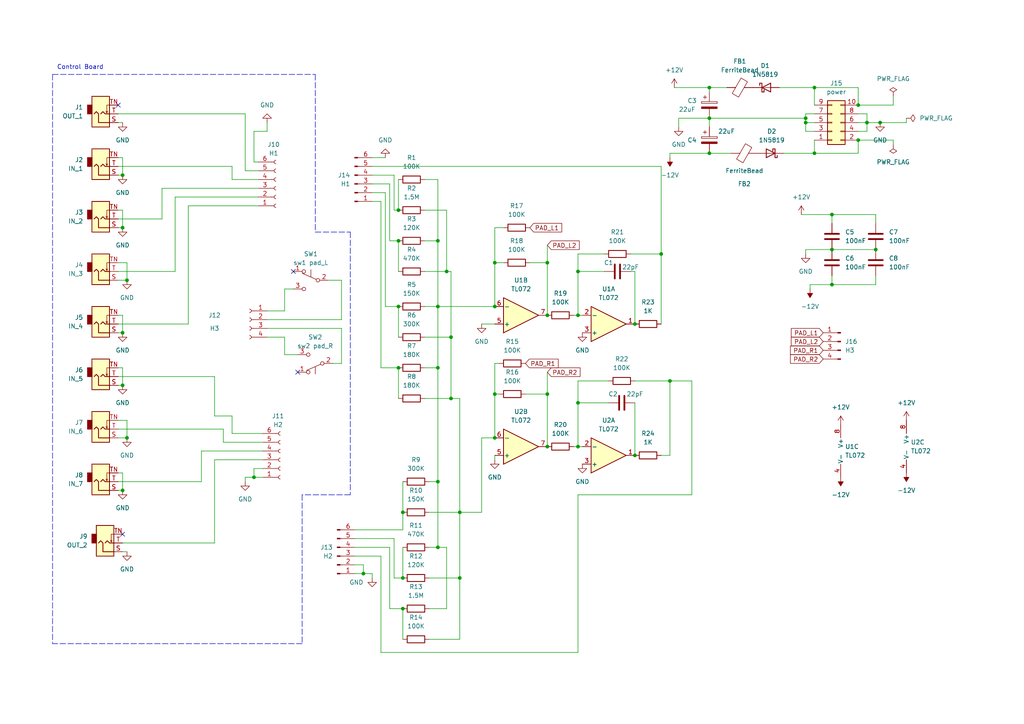
<source format=kicad_sch>
(kicad_sch (version 20211123) (generator eeschema)
  (paper "A4")
  (lib_symbols
    (symbol "Amplifier_Operational:TL072" (pin_names (offset 0.127))
      (property "Reference" "U" (at 0 5.08 0))
      (property "Value" "TL072" (at 0 -5.08 0))
      (symbol "TL072_1_1"
        (polyline (pts (xy -5.08 5.08) (xy 5.08 0) (xy -5.08 -5.08) (xy -5.08 5.08)) (stroke (width 0.254)) (fill (type background)))
        (pin output line (at 7.62 0 180) (length 2.54) (name "~") (number "1"))
        (pin input line (at -7.62 -2.54 0) (length 2.54) (name "-") (number "2"))
        (pin input line (at -7.62 2.54 0) (length 2.54) (name "+") (number "3"))
      )
      (symbol "TL072_2_1"
        (polyline (pts (xy -5.08 5.08) (xy 5.08 0) (xy -5.08 -5.08) (xy -5.08 5.08)) (stroke (width 0.254)) (fill (type background)))
        (pin input line (at -7.62 2.54 0) (length 2.54) (name "+") (number "5"))
        (pin input line (at -7.62 -2.54 0) (length 2.54) (name "-") (number "6"))
        (pin output line (at 7.62 0 180) (length 2.54) (name "~") (number "7"))
      )
      (symbol "TL072_3_1"
        (pin power_in line (at -2.54 -7.62 90) (length 3.81) (name "V-") (number "4"))
        (pin power_in line (at -2.54 7.62 270) (length 3.81) (name "V+") (number "8"))
      )
    )
    (symbol "Connector:AudioJack2_SwitchT"
      (property "Reference" "J" (at 0 8.89 0))
      (property "Value" "AudioJack2_SwitchT" (at 0 6.35 0))
      (symbol "AudioJack2_SwitchT_0_1"
        (rectangle (start -2.54 0) (end -3.81 -2.54) (stroke (width 0.254)) (fill (type outline)))
        (polyline (pts (xy 1.778 -0.254) (xy 2.032 -0.762)))
        (polyline (pts (xy 0 0) (xy 0.635 -0.635) (xy 1.27 0) (xy 2.54 0)) (stroke (width 0.254)))
        (polyline (pts (xy 2.54 -2.54) (xy 1.778 -2.54) (xy 1.778 -0.254) (xy 1.524 -0.762)))
        (polyline (pts (xy 2.54 2.54) (xy -0.635 2.54) (xy -0.635 0) (xy -1.27 -0.635) (xy -1.905 0)) (stroke (width 0.254)))
        (rectangle (start 2.54 3.81) (end -2.54 -5.08) (stroke (width 0.254)) (fill (type background)))
      )
      (symbol "AudioJack2_SwitchT_1_1"
        (pin passive line (at 5.08 2.54 180) (length 2.54) (name "~") (number "S"))
        (pin passive line (at 5.08 0 180) (length 2.54) (name "~") (number "T"))
        (pin passive line (at 5.08 -2.54 180) (length 2.54) (name "~") (number "TN"))
      )
    )
    (symbol "Connector:Conn_01x04_Female" (pin_names (offset 1.016) hide)
      (property "Reference" "J" (at 0 5.08 0))
      (property "Value" "Conn_01x04_Female" (at 0 -7.62 0))
      (symbol "Conn_01x04_Female_1_1"
        (arc (start 0 -4.572) (mid -0.508 -5.08) (end 0 -5.588) (stroke (width 0.1524)))
        (arc (start 0 -2.032) (mid -0.508 -2.54) (end 0 -3.048) (stroke (width 0.1524)))
        (polyline (pts (xy -1.27 -5.08) (xy -0.508 -5.08)) (stroke (width 0.1524)))
        (polyline (pts (xy -1.27 -2.54) (xy -0.508 -2.54)) (stroke (width 0.1524)))
        (polyline (pts (xy -1.27 0) (xy -0.508 0)) (stroke (width 0.1524)))
        (polyline (pts (xy -1.27 2.54) (xy -0.508 2.54)) (stroke (width 0.1524)))
        (arc (start 0 0.508) (mid -0.508 0) (end 0 -0.508) (stroke (width 0.1524)))
        (arc (start 0 3.048) (mid -0.508 2.54) (end 0 2.032) (stroke (width 0.1524)))
        (pin passive line (at -5.08 2.54 0) (length 3.81) (name "Pin_1") (number "1"))
        (pin passive line (at -5.08 0 0) (length 3.81) (name "Pin_2") (number "2"))
        (pin passive line (at -5.08 -2.54 0) (length 3.81) (name "Pin_3") (number "3"))
        (pin passive line (at -5.08 -5.08 0) (length 3.81) (name "Pin_4") (number "4"))
      )
    )
    (symbol "Connector:Conn_01x04_Male" (pin_names (offset 1.016) hide)
      (property "Reference" "J" (at 0 5.08 0))
      (property "Value" "Conn_01x04_Male" (at 0 -7.62 0))
      (symbol "Conn_01x04_Male_1_1"
        (polyline (pts (xy 1.27 -5.08) (xy 0.8636 -5.08)) (stroke (width 0.1524)))
        (polyline (pts (xy 1.27 -2.54) (xy 0.8636 -2.54)) (stroke (width 0.1524)))
        (polyline (pts (xy 1.27 0) (xy 0.8636 0)) (stroke (width 0.1524)))
        (polyline (pts (xy 1.27 2.54) (xy 0.8636 2.54)) (stroke (width 0.1524)))
        (rectangle (start 0.8636 -4.953) (end 0 -5.207) (stroke (width 0.1524)) (fill (type outline)))
        (rectangle (start 0.8636 -2.413) (end 0 -2.667) (stroke (width 0.1524)) (fill (type outline)))
        (rectangle (start 0.8636 0.127) (end 0 -0.127) (stroke (width 0.1524)) (fill (type outline)))
        (rectangle (start 0.8636 2.667) (end 0 2.413) (stroke (width 0.1524)) (fill (type outline)))
        (pin passive line (at 5.08 2.54 180) (length 3.81) (name "Pin_1") (number "1"))
        (pin passive line (at 5.08 0 180) (length 3.81) (name "Pin_2") (number "2"))
        (pin passive line (at 5.08 -2.54 180) (length 3.81) (name "Pin_3") (number "3"))
        (pin passive line (at 5.08 -5.08 180) (length 3.81) (name "Pin_4") (number "4"))
      )
    )
    (symbol "Connector:Conn_01x06_Female" (pin_names (offset 1.016) hide)
      (property "Reference" "J" (at 0 7.62 0))
      (property "Value" "Conn_01x06_Female" (at 0 -10.16 0))
      (symbol "Conn_01x06_Female_1_1"
        (arc (start 0 -7.112) (mid -0.508 -7.62) (end 0 -8.128) (stroke (width 0.1524)))
        (arc (start 0 -4.572) (mid -0.508 -5.08) (end 0 -5.588) (stroke (width 0.1524)))
        (arc (start 0 -2.032) (mid -0.508 -2.54) (end 0 -3.048) (stroke (width 0.1524)))
        (polyline (pts (xy -1.27 -7.62) (xy -0.508 -7.62)) (stroke (width 0.1524)))
        (polyline (pts (xy -1.27 -5.08) (xy -0.508 -5.08)) (stroke (width 0.1524)))
        (polyline (pts (xy -1.27 -2.54) (xy -0.508 -2.54)) (stroke (width 0.1524)))
        (polyline (pts (xy -1.27 0) (xy -0.508 0)) (stroke (width 0.1524)))
        (polyline (pts (xy -1.27 2.54) (xy -0.508 2.54)) (stroke (width 0.1524)))
        (polyline (pts (xy -1.27 5.08) (xy -0.508 5.08)) (stroke (width 0.1524)))
        (arc (start 0 0.508) (mid -0.508 0) (end 0 -0.508) (stroke (width 0.1524)))
        (arc (start 0 3.048) (mid -0.508 2.54) (end 0 2.032) (stroke (width 0.1524)))
        (arc (start 0 5.588) (mid -0.508 5.08) (end 0 4.572) (stroke (width 0.1524)))
        (pin passive line (at -5.08 5.08 0) (length 3.81) (name "Pin_1") (number "1"))
        (pin passive line (at -5.08 2.54 0) (length 3.81) (name "Pin_2") (number "2"))
        (pin passive line (at -5.08 0 0) (length 3.81) (name "Pin_3") (number "3"))
        (pin passive line (at -5.08 -2.54 0) (length 3.81) (name "Pin_4") (number "4"))
        (pin passive line (at -5.08 -5.08 0) (length 3.81) (name "Pin_5") (number "5"))
        (pin passive line (at -5.08 -7.62 0) (length 3.81) (name "Pin_6") (number "6"))
      )
    )
    (symbol "Connector:Conn_01x06_Male" (pin_names (offset 1.016) hide)
      (property "Reference" "J" (at 0 7.62 0))
      (property "Value" "Conn_01x06_Male" (at 0 -10.16 0))
      (symbol "Conn_01x06_Male_1_1"
        (polyline (pts (xy 1.27 -7.62) (xy 0.8636 -7.62)) (stroke (width 0.1524)))
        (polyline (pts (xy 1.27 -5.08) (xy 0.8636 -5.08)) (stroke (width 0.1524)))
        (polyline (pts (xy 1.27 -2.54) (xy 0.8636 -2.54)) (stroke (width 0.1524)))
        (polyline (pts (xy 1.27 0) (xy 0.8636 0)) (stroke (width 0.1524)))
        (polyline (pts (xy 1.27 2.54) (xy 0.8636 2.54)) (stroke (width 0.1524)))
        (polyline (pts (xy 1.27 5.08) (xy 0.8636 5.08)) (stroke (width 0.1524)))
        (rectangle (start 0.8636 -7.493) (end 0 -7.747) (stroke (width 0.1524)) (fill (type outline)))
        (rectangle (start 0.8636 -4.953) (end 0 -5.207) (stroke (width 0.1524)) (fill (type outline)))
        (rectangle (start 0.8636 -2.413) (end 0 -2.667) (stroke (width 0.1524)) (fill (type outline)))
        (rectangle (start 0.8636 0.127) (end 0 -0.127) (stroke (width 0.1524)) (fill (type outline)))
        (rectangle (start 0.8636 2.667) (end 0 2.413) (stroke (width 0.1524)) (fill (type outline)))
        (rectangle (start 0.8636 5.207) (end 0 4.953) (stroke (width 0.1524)) (fill (type outline)))
        (pin passive line (at 5.08 5.08 180) (length 3.81) (name "Pin_1") (number "1"))
        (pin passive line (at 5.08 2.54 180) (length 3.81) (name "Pin_2") (number "2"))
        (pin passive line (at 5.08 0 180) (length 3.81) (name "Pin_3") (number "3"))
        (pin passive line (at 5.08 -2.54 180) (length 3.81) (name "Pin_4") (number "4"))
        (pin passive line (at 5.08 -5.08 180) (length 3.81) (name "Pin_5") (number "5"))
        (pin passive line (at 5.08 -7.62 180) (length 3.81) (name "Pin_6") (number "6"))
      )
    )
    (symbol "Connector_Generic:Conn_02x05_Odd_Even" (pin_names (offset 1.016) hide)
      (property "Reference" "J" (at 1.27 7.62 0))
      (property "Value" "Conn_02x05_Odd_Even" (at 1.27 -7.62 0))
      (symbol "Conn_02x05_Odd_Even_1_1"
        (rectangle (start -1.27 -4.953) (end 0 -5.207) (stroke (width 0.1524)))
        (rectangle (start -1.27 -2.413) (end 0 -2.667) (stroke (width 0.1524)))
        (rectangle (start -1.27 0.127) (end 0 -0.127) (stroke (width 0.1524)))
        (rectangle (start -1.27 2.667) (end 0 2.413) (stroke (width 0.1524)))
        (rectangle (start -1.27 5.207) (end 0 4.953) (stroke (width 0.1524)))
        (rectangle (start -1.27 6.35) (end 3.81 -6.35) (stroke (width 0.254)) (fill (type background)))
        (rectangle (start 3.81 -4.953) (end 2.54 -5.207) (stroke (width 0.1524)))
        (rectangle (start 3.81 -2.413) (end 2.54 -2.667) (stroke (width 0.1524)))
        (rectangle (start 3.81 0.127) (end 2.54 -0.127) (stroke (width 0.1524)))
        (rectangle (start 3.81 2.667) (end 2.54 2.413) (stroke (width 0.1524)))
        (rectangle (start 3.81 5.207) (end 2.54 4.953) (stroke (width 0.1524)))
        (pin passive line (at -5.08 5.08 0) (length 3.81) (name "Pin_1") (number "1"))
        (pin passive line (at 7.62 -5.08 180) (length 3.81) (name "Pin_10") (number "10"))
        (pin passive line (at 7.62 5.08 180) (length 3.81) (name "Pin_2") (number "2"))
        (pin passive line (at -5.08 2.54 0) (length 3.81) (name "Pin_3") (number "3"))
        (pin passive line (at 7.62 2.54 180) (length 3.81) (name "Pin_4") (number "4"))
        (pin passive line (at -5.08 0 0) (length 3.81) (name "Pin_5") (number "5"))
        (pin passive line (at 7.62 0 180) (length 3.81) (name "Pin_6") (number "6"))
        (pin passive line (at -5.08 -2.54 0) (length 3.81) (name "Pin_7") (number "7"))
        (pin passive line (at 7.62 -2.54 180) (length 3.81) (name "Pin_8") (number "8"))
        (pin passive line (at -5.08 -5.08 0) (length 3.81) (name "Pin_9") (number "9"))
      )
    )
    (symbol "Device:C" (pin_numbers hide) (pin_names (offset 0.254))
      (property "Reference" "C" (at 0.635 2.54 0))
      (property "Value" "C" (at 0.635 -2.54 0))
      (symbol "C_0_1"
        (polyline (pts (xy -2.032 -0.762) (xy 2.032 -0.762)) (stroke (width 0.508)))
        (polyline (pts (xy -2.032 0.762) (xy 2.032 0.762)) (stroke (width 0.508)))
      )
      (symbol "C_1_1"
        (pin passive line (at 0 3.81 270) (length 2.794) (name "~") (number "1"))
        (pin passive line (at 0 -3.81 90) (length 2.794) (name "~") (number "2"))
      )
    )
    (symbol "Device:C_Polarized" (pin_numbers hide) (pin_names (offset 0.254))
      (property "Reference" "C" (at 0.635 2.54 0))
      (property "Value" "C_Polarized" (at 0.635 -2.54 0))
      (symbol "C_Polarized_0_1"
        (rectangle (start -2.286 0.508) (end 2.286 1.016))
        (polyline (pts (xy -1.778 2.286) (xy -0.762 2.286)))
        (polyline (pts (xy -1.27 2.794) (xy -1.27 1.778)))
        (rectangle (start 2.286 -0.508) (end -2.286 -1.016) (fill (type outline)))
      )
      (symbol "C_Polarized_1_1"
        (pin passive line (at 0 3.81 270) (length 2.794) (name "~") (number "1"))
        (pin passive line (at 0 -3.81 90) (length 2.794) (name "~") (number "2"))
      )
    )
    (symbol "Device:FerriteBead" (pin_numbers hide) (pin_names (offset 0))
      (property "Reference" "FB" (at -3.81 0.635 90))
      (property "Value" "FerriteBead" (at 3.81 0 90))
      (symbol "FerriteBead_0_1"
        (polyline (pts (xy 0 -1.27) (xy 0 -1.2192)))
        (polyline (pts (xy 0 1.27) (xy 0 1.2954)))
        (polyline (pts (xy -2.7686 0.4064) (xy -1.7018 2.2606) (xy 2.7686 -0.3048) (xy 1.6764 -2.159) (xy -2.7686 0.4064)))
      )
      (symbol "FerriteBead_1_1"
        (pin passive line (at 0 3.81 270) (length 2.54) (name "~") (number "1"))
        (pin passive line (at 0 -3.81 90) (length 2.54) (name "~") (number "2"))
      )
    )
    (symbol "Device:R" (pin_numbers hide) (pin_names (offset 0))
      (property "Reference" "R" (at 2.032 0 90))
      (property "Value" "R" (at 0 0 90))
      (symbol "R_0_1"
        (rectangle (start -1.016 -2.54) (end 1.016 2.54) (stroke (width 0.254)))
      )
      (symbol "R_1_1"
        (pin passive line (at 0 3.81 270) (length 1.27) (name "~") (number "1"))
        (pin passive line (at 0 -3.81 90) (length 1.27) (name "~") (number "2"))
      )
    )
    (symbol "Diode:1N5819" (pin_numbers hide) (pin_names (offset 1.016) hide)
      (property "Reference" "D" (at 0 2.54 0))
      (property "Value" "1N5819" (at 0 -2.54 0))
      (symbol "1N5819_0_1"
        (polyline (pts (xy 1.27 0) (xy -1.27 0)))
        (polyline (pts (xy 1.27 1.27) (xy 1.27 -1.27) (xy -1.27 0) (xy 1.27 1.27)) (stroke (width 0.254)))
        (polyline (pts (xy -1.905 0.635) (xy -1.905 1.27) (xy -1.27 1.27) (xy -1.27 -1.27) (xy -0.635 -1.27) (xy -0.635 -0.635)) (stroke (width 0.254)))
      )
      (symbol "1N5819_1_1"
        (pin passive line (at -3.81 0 0) (length 2.54) (name "K") (number "1"))
        (pin passive line (at 3.81 0 180) (length 2.54) (name "A") (number "2"))
      )
    )
    (symbol "Switch:SW_Push_SPDT" (pin_names (offset 0) hide)
      (property "Reference" "SW" (at 0 4.318 0))
      (property "Value" "SW_Push_SPDT" (at 0 -5.08 0))
      (symbol "SW_Push_SPDT_0_0"
        (circle (center -2.032 0) (radius 0.508))
        (polyline (pts (xy 0 1.016) (xy 0 3.048)))
        (circle (center 2.032 -2.54) (radius 0.508))
      )
      (symbol "SW_Push_SPDT_0_1"
        (polyline (pts (xy -1.524 0.254) (xy 2.54 2.032)))
        (circle (center 2.032 2.54) (radius 0.508))
      )
      (symbol "SW_Push_SPDT_1_1"
        (pin passive line (at 5.08 2.54 180) (length 2.54) (name "A") (number "1"))
        (pin passive line (at -5.08 0 0) (length 2.54) (name "B") (number "2"))
        (pin passive line (at 5.08 -2.54 180) (length 2.54) (name "C") (number "3"))
      )
    )
    (symbol "power:+12V" (power) (pin_names (offset 0))
      (property "Value" "+12V" (at 0 3.556 0))
      (symbol "+12V_0_1"
        (polyline (pts (xy -0.762 1.27) (xy 0 2.54)))
        (polyline (pts (xy 0 0) (xy 0 2.54)))
        (polyline (pts (xy 0 2.54) (xy 0.762 1.27)))
      )
      (symbol "+12V_1_1"
        (pin power_in line (at 0 0 90) (length 0) hide (name "+12V") (number "1"))
      )
    )
    (symbol "power:-12V" (power) (pin_names (offset 0))
      (property "Value" "-12V" (at 0 3.81 0))
      (symbol "-12V_0_0"
        (pin power_in line (at 0 0 90) (length 0) hide (name "-12V") (number "1"))
      )
      (symbol "-12V_0_1"
        (polyline (pts (xy 0 0) (xy 0 1.27) (xy 0.762 1.27) (xy 0 2.54) (xy -0.762 1.27) (xy 0 1.27)) (fill (type outline)))
      )
    )
    (symbol "power:GND" (power) (pin_names (offset 0))
      (property "Value" "GND" (at 0 -3.81 0))
      (symbol "GND_0_1"
        (polyline (pts (xy 0 0) (xy 0 -1.27) (xy 1.27 -1.27) (xy 0 -2.54) (xy -1.27 -1.27) (xy 0 -1.27)))
      )
      (symbol "GND_1_1"
        (pin power_in line (at 0 0 270) (length 0) hide (name "GND") (number "1"))
      )
    )
    (symbol "power:PWR_FLAG" (power) (pin_numbers hide) (pin_names (offset 0) hide)
      (property "Value" "PWR_FLAG" (at 0 3.81 0))
      (symbol "PWR_FLAG_0_0"
        (pin power_out line (at 0 0 90) (length 0) (name "pwr") (number "1"))
      )
      (symbol "PWR_FLAG_0_1"
        (polyline (pts (xy 0 0) (xy 0 1.27) (xy -1.016 1.905) (xy 0 2.54) (xy 1.016 1.905) (xy 0 1.27)))
      )
    )
  )
  (junction (at 248.92 40.64))
  (junction (at 115.57 88.9))
  (junction (at 115.57 106.68))
  (junction (at 143.51 114.3))
  (junction (at 133.35 167.64))
  (junction (at 133.35 148.59))
  (junction (at 251.46 35.56))
  (junction (at 127 69.85))
  (junction (at 255.27 35.56))
  (junction (at 35.56 142.24))
  (junction (at 205.74 44.45))
  (junction (at 35.56 66.04))
  (junction (at 236.22 44.45))
  (junction (at 233.68 34.29))
  (junction (at 236.22 25.4))
  (junction (at 143.51 127))
  (junction (at 254 72.39))
  (junction (at 127 158.75))
  (junction (at 241.3 82.55))
  (junction (at 158.75 129.54))
  (junction (at 158.75 91.44))
  (junction (at 167.64 129.54))
  (junction (at 127 88.9))
  (junction (at 194.31 110.49))
  (junction (at 191.77 73.66))
  (junction (at 248.92 30.48))
  (junction (at 241.3 62.23))
  (junction (at 115.57 60.96))
  (junction (at 158.75 76.2))
  (junction (at 130.81 115.57))
  (junction (at 35.56 50.8))
  (junction (at 143.51 88.9))
  (junction (at 167.64 91.44))
  (junction (at 241.3 72.39))
  (junction (at 116.84 167.64))
  (junction (at 158.75 114.3))
  (junction (at 233.68 35.56))
  (junction (at 116.84 148.59))
  (junction (at 36.83 81.28))
  (junction (at 36.83 127))
  (junction (at 116.84 176.53))
  (junction (at 205.74 34.29))
  (junction (at 35.56 111.76))
  (junction (at 127 139.7))
  (junction (at 130.81 97.79))
  (junction (at 35.56 96.52))
  (junction (at 115.57 69.85))
  (junction (at 127 106.68))
  (junction (at 167.64 78.74))
  (junction (at 73.66 138.43))
  (junction (at 105.41 166.37))
  (junction (at 129.54 78.74))
  (junction (at 184.15 132.08))
  (junction (at 205.74 25.4))
  (junction (at 184.15 93.98))
  (junction (at 167.64 116.84))
  (junction (at 143.51 76.2))
  (no_connect (at 34.29 30.48))
  (no_connect (at 86.36 107.95))
  (no_connect (at 85.09 78.74))
  (no_connect (at 35.56 154.94))
  (wire (pts (xy 34.29 106.68) (xy 35.56 106.68)))
  (wire (pts (xy 123.19 52.07) (xy 127 52.07)))
  (wire (pts (xy 124.46 158.75) (xy 127 158.75)))
  (wire (pts (xy 233.68 35.56) (xy 233.68 38.1)))
  (wire (pts (xy 107.95 167.64) (xy 107.95 166.37)))
  (wire (pts (xy 133.35 185.42) (xy 133.35 167.64)))
  (wire (pts (xy 158.75 107.95) (xy 158.75 114.3)))
  (wire (pts (xy 259.08 41.91) (xy 259.08 40.64)))
  (wire (pts (xy 113.03 69.85) (xy 115.57 69.85)))
  (wire (pts (xy 127 139.7) (xy 124.46 139.7)))
  (wire (pts (xy 99.06 95.25) (xy 99.06 105.41)))
  (wire (pts (xy 114.3 50.8) (xy 114.3 60.96)))
  (wire (pts (xy 102.87 158.75) (xy 113.03 158.75)))
  (wire (pts (xy 58.42 130.81) (xy 58.42 139.7)))
  (wire (pts (xy 110.49 58.42) (xy 110.49 106.68)))
  (wire (pts (xy 194.31 45.72) (xy 194.31 44.45)))
  (wire (pts (xy 130.81 78.74) (xy 129.54 78.74)))
  (wire (pts (xy 191.77 73.66) (xy 191.77 93.98)))
  (polyline (pts (xy 91.44 21.59) (xy 91.44 67.31)))
  (wire (pts (xy 116.84 139.7) (xy 116.84 148.59)))
  (wire (pts (xy 34.29 81.28) (xy 36.83 81.28)))
  (wire (pts (xy 143.51 133.35) (xy 143.51 132.08)))
  (wire (pts (xy 35.56 157.48) (xy 62.23 157.48)))
  (wire (pts (xy 36.83 121.92) (xy 36.83 127)))
  (wire (pts (xy 127 69.85) (xy 123.19 69.85)))
  (wire (pts (xy 194.31 132.08) (xy 194.31 110.49)))
  (wire (pts (xy 46.99 54.61) (xy 74.93 54.61)))
  (wire (pts (xy 236.22 33.02) (xy 233.68 33.02)))
  (wire (pts (xy 241.3 82.55) (xy 241.3 80.01)))
  (wire (pts (xy 110.49 189.23) (xy 167.64 189.23)))
  (wire (pts (xy 143.51 66.04) (xy 143.51 76.2)))
  (wire (pts (xy 34.29 78.74) (xy 50.8 78.74)))
  (wire (pts (xy 167.64 78.74) (xy 175.26 78.74)))
  (wire (pts (xy 123.19 60.96) (xy 129.54 60.96)))
  (wire (pts (xy 73.66 135.89) (xy 73.66 138.43)))
  (wire (pts (xy 67.31 120.65) (xy 67.31 125.73)))
  (wire (pts (xy 124.46 176.53) (xy 129.54 176.53)))
  (wire (pts (xy 143.51 105.41) (xy 143.51 114.3)))
  (wire (pts (xy 34.29 93.98) (xy 54.61 93.98)))
  (wire (pts (xy 114.3 167.64) (xy 116.84 167.64)))
  (wire (pts (xy 152.4 114.3) (xy 158.75 114.3)))
  (wire (pts (xy 167.64 116.84) (xy 167.64 129.54)))
  (wire (pts (xy 143.51 88.9) (xy 143.51 76.2)))
  (wire (pts (xy 71.12 33.02) (xy 71.12 49.53)))
  (wire (pts (xy 73.66 138.43) (xy 71.12 138.43)))
  (wire (pts (xy 35.56 45.72) (xy 35.56 50.8)))
  (wire (pts (xy 233.68 34.29) (xy 233.68 35.56)))
  (wire (pts (xy 254 80.01) (xy 254 82.55)))
  (wire (pts (xy 107.95 53.34) (xy 113.03 53.34)))
  (wire (pts (xy 241.3 72.39) (xy 254 72.39)))
  (wire (pts (xy 82.55 102.87) (xy 86.36 102.87)))
  (wire (pts (xy 105.41 166.37) (xy 102.87 166.37)))
  (wire (pts (xy 196.85 36.83) (xy 196.85 34.29)))
  (wire (pts (xy 205.74 25.4) (xy 205.74 26.67)))
  (wire (pts (xy 46.99 63.5) (xy 46.99 54.61)))
  (wire (pts (xy 50.8 57.15) (xy 74.93 57.15)))
  (wire (pts (xy 34.29 121.92) (xy 36.83 121.92)))
  (wire (pts (xy 34.29 33.02) (xy 71.12 33.02)))
  (wire (pts (xy 99.06 92.71) (xy 99.06 81.28)))
  (wire (pts (xy 130.81 115.57) (xy 133.35 115.57)))
  (wire (pts (xy 77.47 97.79) (xy 82.55 97.79)))
  (wire (pts (xy 166.37 91.44) (xy 167.64 91.44)))
  (wire (pts (xy 200.66 110.49) (xy 194.31 110.49)))
  (wire (pts (xy 34.29 35.56) (xy 35.56 35.56)))
  (wire (pts (xy 102.87 163.83) (xy 105.41 163.83)))
  (wire (pts (xy 34.29 127) (xy 36.83 127)))
  (wire (pts (xy 110.49 106.68) (xy 115.57 106.68)))
  (wire (pts (xy 191.77 132.08) (xy 194.31 132.08)))
  (wire (pts (xy 107.95 45.72) (xy 111.76 45.72)))
  (wire (pts (xy 50.8 57.15) (xy 50.8 78.74)))
  (wire (pts (xy 36.83 76.2) (xy 36.83 81.28)))
  (wire (pts (xy 115.57 88.9) (xy 115.57 97.79)))
  (wire (pts (xy 110.49 161.29) (xy 110.49 189.23)))
  (wire (pts (xy 129.54 176.53) (xy 129.54 158.75)))
  (wire (pts (xy 127 69.85) (xy 127 88.9)))
  (wire (pts (xy 127 158.75) (xy 129.54 158.75)))
  (wire (pts (xy 62.23 133.35) (xy 76.2 133.35)))
  (wire (pts (xy 146.05 66.04) (xy 143.51 66.04)))
  (wire (pts (xy 234.95 82.55) (xy 241.3 82.55)))
  (polyline (pts (xy 87.63 186.69) (xy 15.24 186.69)))
  (wire (pts (xy 113.03 53.34) (xy 113.03 69.85)))
  (wire (pts (xy 259.08 30.48) (xy 248.92 30.48)))
  (wire (pts (xy 233.68 35.56) (xy 236.22 35.56)))
  (wire (pts (xy 34.29 142.24) (xy 35.56 142.24)))
  (wire (pts (xy 129.54 78.74) (xy 123.19 78.74)))
  (wire (pts (xy 196.85 34.29) (xy 205.74 34.29)))
  (wire (pts (xy 133.35 148.59) (xy 133.35 115.57)))
  (wire (pts (xy 236.22 40.64) (xy 236.22 44.45)))
  (wire (pts (xy 64.77 128.27) (xy 76.2 128.27)))
  (wire (pts (xy 167.64 73.66) (xy 167.64 78.74)))
  (wire (pts (xy 34.29 63.5) (xy 46.99 63.5)))
  (wire (pts (xy 130.81 115.57) (xy 130.81 97.79)))
  (wire (pts (xy 124.46 167.64) (xy 133.35 167.64)))
  (wire (pts (xy 124.46 148.59) (xy 133.35 148.59)))
  (wire (pts (xy 143.51 76.2) (xy 146.05 76.2)))
  (wire (pts (xy 195.58 25.4) (xy 205.74 25.4)))
  (wire (pts (xy 194.31 110.49) (xy 184.15 110.49)))
  (wire (pts (xy 167.64 129.54) (xy 168.91 129.54)))
  (wire (pts (xy 127 88.9) (xy 143.51 88.9)))
  (wire (pts (xy 251.46 35.56) (xy 251.46 38.1)))
  (wire (pts (xy 251.46 38.1) (xy 248.92 38.1)))
  (wire (pts (xy 158.75 76.2) (xy 158.75 91.44)))
  (wire (pts (xy 133.35 148.59) (xy 139.7 148.59)))
  (wire (pts (xy 251.46 35.56) (xy 255.27 35.56)))
  (wire (pts (xy 62.23 133.35) (xy 62.23 157.48)))
  (wire (pts (xy 241.3 64.77) (xy 241.3 62.23)))
  (wire (pts (xy 35.56 106.68) (xy 35.56 111.76)))
  (wire (pts (xy 105.41 163.83) (xy 105.41 166.37)))
  (wire (pts (xy 236.22 30.48) (xy 236.22 25.4)))
  (polyline (pts (xy 15.24 21.59) (xy 91.44 21.59)))
  (wire (pts (xy 113.03 176.53) (xy 116.84 176.53)))
  (wire (pts (xy 113.03 158.75) (xy 113.03 176.53)))
  (wire (pts (xy 232.41 62.23) (xy 241.3 62.23)))
  (wire (pts (xy 184.15 78.74) (xy 184.15 93.98)))
  (wire (pts (xy 184.15 116.84) (xy 184.15 132.08)))
  (wire (pts (xy 248.92 35.56) (xy 251.46 35.56)))
  (wire (pts (xy 167.64 78.74) (xy 167.64 91.44)))
  (wire (pts (xy 73.66 46.99) (xy 74.93 46.99)))
  (wire (pts (xy 127 52.07) (xy 127 69.85)))
  (wire (pts (xy 35.56 60.96) (xy 35.56 66.04)))
  (wire (pts (xy 35.56 160.02) (xy 36.83 160.02)))
  (wire (pts (xy 153.67 76.2) (xy 158.75 76.2)))
  (wire (pts (xy 34.29 50.8) (xy 35.56 50.8)))
  (wire (pts (xy 102.87 161.29) (xy 110.49 161.29)))
  (wire (pts (xy 123.19 115.57) (xy 130.81 115.57)))
  (wire (pts (xy 115.57 106.68) (xy 115.57 115.57)))
  (wire (pts (xy 236.22 44.45) (xy 248.92 44.45)))
  (wire (pts (xy 111.76 55.88) (xy 111.76 88.9)))
  (wire (pts (xy 77.47 92.71) (xy 99.06 92.71)))
  (wire (pts (xy 58.42 130.81) (xy 76.2 130.81)))
  (wire (pts (xy 77.47 95.25) (xy 99.06 95.25)))
  (wire (pts (xy 34.29 109.22) (xy 62.23 109.22)))
  (wire (pts (xy 254 82.55) (xy 241.3 82.55)))
  (wire (pts (xy 62.23 120.65) (xy 67.31 120.65)))
  (wire (pts (xy 167.64 116.84) (xy 176.53 116.84)))
  (wire (pts (xy 262.89 35.56) (xy 262.89 34.29)))
  (wire (pts (xy 251.46 33.02) (xy 251.46 35.56)))
  (wire (pts (xy 259.08 40.64) (xy 248.92 40.64)))
  (wire (pts (xy 139.7 148.59) (xy 139.7 127)))
  (wire (pts (xy 114.3 60.96) (xy 115.57 60.96)))
  (wire (pts (xy 144.78 105.41) (xy 143.51 105.41)))
  (wire (pts (xy 175.26 73.66) (xy 167.64 73.66)))
  (wire (pts (xy 248.92 25.4) (xy 248.92 30.48)))
  (wire (pts (xy 34.29 139.7) (xy 58.42 139.7)))
  (wire (pts (xy 124.46 185.42) (xy 133.35 185.42)))
  (wire (pts (xy 76.2 135.89) (xy 73.66 135.89)))
  (wire (pts (xy 116.84 158.75) (xy 116.84 167.64)))
  (wire (pts (xy 102.87 153.67) (xy 116.84 153.67)))
  (wire (pts (xy 191.77 73.66) (xy 182.88 73.66)))
  (wire (pts (xy 233.68 73.66) (xy 233.68 72.39)))
  (polyline (pts (xy 91.44 67.31) (xy 101.6 67.31)))
  (wire (pts (xy 130.81 97.79) (xy 130.81 78.74)))
  (wire (pts (xy 227.33 44.45) (xy 236.22 44.45)))
  (wire (pts (xy 107.95 58.42) (xy 110.49 58.42)))
  (wire (pts (xy 176.53 110.49) (xy 167.64 110.49)))
  (wire (pts (xy 194.31 44.45) (xy 205.74 44.45)))
  (wire (pts (xy 96.52 105.41) (xy 99.06 105.41)))
  (wire (pts (xy 82.55 90.17) (xy 82.55 83.82)))
  (wire (pts (xy 248.92 33.02) (xy 251.46 33.02)))
  (wire (pts (xy 234.95 83.82) (xy 234.95 82.55)))
  (wire (pts (xy 158.75 71.12) (xy 158.75 76.2)))
  (wire (pts (xy 34.29 66.04) (xy 35.56 66.04)))
  (wire (pts (xy 205.74 34.29) (xy 233.68 34.29)))
  (wire (pts (xy 73.66 38.1) (xy 73.66 46.99)))
  (wire (pts (xy 54.61 93.98) (xy 54.61 59.69)))
  (wire (pts (xy 107.95 55.88) (xy 111.76 55.88)))
  (wire (pts (xy 255.27 35.56) (xy 262.89 35.56)))
  (wire (pts (xy 77.47 90.17) (xy 82.55 90.17)))
  (wire (pts (xy 64.77 124.46) (xy 64.77 128.27)))
  (wire (pts (xy 200.66 143.51) (xy 200.66 110.49)))
  (wire (pts (xy 34.29 45.72) (xy 35.56 45.72)))
  (wire (pts (xy 35.56 137.16) (xy 35.56 142.24)))
  (wire (pts (xy 127 106.68) (xy 127 139.7)))
  (wire (pts (xy 226.06 25.4) (xy 236.22 25.4)))
  (wire (pts (xy 167.64 110.49) (xy 167.64 116.84)))
  (wire (pts (xy 115.57 69.85) (xy 115.57 78.74)))
  (wire (pts (xy 233.68 38.1) (xy 236.22 38.1)))
  (wire (pts (xy 34.29 124.46) (xy 64.77 124.46)))
  (wire (pts (xy 233.68 72.39) (xy 241.3 72.39)))
  (wire (pts (xy 105.41 166.37) (xy 107.95 166.37)))
  (wire (pts (xy 205.74 44.45) (xy 212.09 44.45)))
  (wire (pts (xy 67.31 125.73) (xy 76.2 125.73)))
  (wire (pts (xy 139.7 127) (xy 143.51 127)))
  (wire (pts (xy 210.82 25.4) (xy 205.74 25.4)))
  (wire (pts (xy 34.29 60.96) (xy 35.56 60.96)))
  (wire (pts (xy 205.74 34.29) (xy 205.74 36.83)))
  (wire (pts (xy 115.57 52.07) (xy 115.57 60.96)))
  (wire (pts (xy 34.29 137.16) (xy 35.56 137.16)))
  (wire (pts (xy 233.68 33.02) (xy 233.68 34.29)))
  (wire (pts (xy 111.76 88.9) (xy 115.57 88.9)))
  (wire (pts (xy 127 88.9) (xy 127 106.68)))
  (wire (pts (xy 67.31 52.07) (xy 74.93 52.07)))
  (polyline (pts (xy 15.24 21.59) (xy 15.24 186.69)))
  (wire (pts (xy 158.75 114.3) (xy 158.75 129.54)))
  (wire (pts (xy 34.29 48.26) (xy 67.31 48.26)))
  (wire (pts (xy 167.64 143.51) (xy 200.66 143.51)))
  (wire (pts (xy 34.29 111.76) (xy 35.56 111.76)))
  (wire (pts (xy 73.66 38.1) (xy 77.47 38.1)))
  (wire (pts (xy 241.3 62.23) (xy 254 62.23)))
  (wire (pts (xy 182.88 78.74) (xy 184.15 78.74)))
  (wire (pts (xy 191.77 48.26) (xy 191.77 73.66)))
  (polyline (pts (xy 101.6 67.31) (xy 101.6 143.51)))
  (wire (pts (xy 76.2 138.43) (xy 73.66 138.43)))
  (wire (pts (xy 248.92 44.45) (xy 248.92 40.64)))
  (wire (pts (xy 236.22 25.4) (xy 248.92 25.4)))
  (wire (pts (xy 34.29 96.52) (xy 35.56 96.52)))
  (wire (pts (xy 67.31 48.26) (xy 67.31 52.07)))
  (wire (pts (xy 143.51 127) (xy 143.51 114.3)))
  (wire (pts (xy 166.37 129.54) (xy 167.64 129.54)))
  (wire (pts (xy 102.87 156.21) (xy 114.3 156.21)))
  (wire (pts (xy 191.77 48.26) (xy 107.95 48.26)))
  (wire (pts (xy 129.54 60.96) (xy 129.54 78.74)))
  (wire (pts (xy 82.55 83.82) (xy 85.09 83.82)))
  (wire (pts (xy 114.3 156.21) (xy 114.3 167.64)))
  (wire (pts (xy 54.61 59.69) (xy 74.93 59.69)))
  (wire (pts (xy 127 139.7) (xy 127 158.75)))
  (wire (pts (xy 62.23 109.22) (xy 62.23 120.65)))
  (wire (pts (xy 167.64 91.44) (xy 168.91 91.44)))
  (wire (pts (xy 71.12 138.43) (xy 71.12 139.7)))
  (wire (pts (xy 139.7 93.98) (xy 143.51 93.98)))
  (wire (pts (xy 107.95 50.8) (xy 114.3 50.8)))
  (wire (pts (xy 133.35 167.64) (xy 133.35 148.59)))
  (wire (pts (xy 167.64 189.23) (xy 167.64 143.51)))
  (wire (pts (xy 259.08 27.94) (xy 259.08 30.48)))
  (wire (pts (xy 130.81 97.79) (xy 123.19 97.79)))
  (wire (pts (xy 71.12 49.53) (xy 74.93 49.53)))
  (wire (pts (xy 77.47 38.1) (xy 77.47 35.56)))
  (wire (pts (xy 123.19 88.9) (xy 127 88.9)))
  (wire (pts (xy 34.29 91.44) (xy 35.56 91.44)))
  (wire (pts (xy 254 62.23) (xy 254 64.77)))
  (wire (pts (xy 95.25 81.28) (xy 99.06 81.28)))
  (wire (pts (xy 123.19 106.68) (xy 127 106.68)))
  (wire (pts (xy 35.56 91.44) (xy 35.56 96.52)))
  (polyline (pts (xy 87.63 143.51) (xy 87.63 186.69)))
  (wire (pts (xy 116.84 153.67) (xy 116.84 148.59)))
  (wire (pts (xy 143.51 114.3) (xy 144.78 114.3)))
  (wire (pts (xy 82.55 97.79) (xy 82.55 102.87)))
  (polyline (pts (xy 101.6 143.51) (xy 87.63 143.51)))
  (wire (pts (xy 34.29 76.2) (xy 36.83 76.2)))
  (wire (pts (xy 116.84 185.42) (xy 116.84 176.53)))
  (text "Control Board" (at 16.51 20.32 0) (effects (font (size 1.27 1.27)) (justify left bottom)))
  (global_label "PAD_R2" (shape input) (at 238.76 104.14 180) (property "Références Inter-Feuilles" "${INTERSHEET_REFS}" (effects hide)))
  (global_label "PAD_L2" (shape input) (at 238.76 99.06 180) (property "Références Inter-Feuilles" "${INTERSHEET_REFS}" (effects hide)))
  (global_label "PAD_R1" (shape input) (at 238.76 101.6 180) (property "Références Inter-Feuilles" "${INTERSHEET_REFS}" (effects hide)))
  (global_label "PAD_L2" (shape input) (at 158.75 71.12 0) (property "Références Inter-Feuilles" "${INTERSHEET_REFS}" (effects hide)))
  (global_label "PAD_R1" (shape input) (at 152.4 105.41 0) (property "Références Inter-Feuilles" "${INTERSHEET_REFS}" (effects hide)))
  (global_label "PAD_L1" (shape input) (at 238.76 96.52 180) (property "Références Inter-Feuilles" "${INTERSHEET_REFS}" (effects hide)))
  (global_label "PAD_R2" (shape input) (at 158.75 107.95 0) (property "Références Inter-Feuilles" "${INTERSHEET_REFS}" (effects hide)))
  (global_label "PAD_L1" (shape input) (at 153.67 66.04 0) (property "Références Inter-Feuilles" "${INTERSHEET_REFS}" (effects hide)))
  (symbol (lib_id "Device:R") (at 162.56 129.54 90) (unit 1)
    (property "Reference" "R20" (at 162.56 123.19 90))
    (property "Value" "100K" (at 162.56 125.73 90))
    (property "Footprint" "Resistor_THT:R_Axial_DIN0204_L3.6mm_D1.6mm_P2.54mm_Vertical" (effects hide))
  )
  (symbol (lib_id "power:PWR_FLAG") (at 259.08 27.94 0) (unit 1)
    (property "Reference" "#FLG0103" (effects hide))
    (property "Value" "PWR_FLAG" (at 259.08 22.86 0))
  )
  (symbol (lib_id "power:GND") (at 255.27 35.56 0) (unit 1)
    (property "Reference" "#PWR0128" (effects hide))
    (property "Value" "GND" (at 255.27 40.64 0))
  )
  (symbol (lib_id "Device:R") (at 179.07 73.66 90) (unit 1)
    (property "Reference" "R21" (at 179.07 67.31 90))
    (property "Value" "100K" (at 179.07 69.85 90))
    (property "Footprint" "Resistor_THT:R_Axial_DIN0204_L3.6mm_D1.6mm_P2.54mm_Vertical" (effects hide))
  )
  (symbol (lib_id "power:GND") (at 143.51 133.35 0) (unit 1)
    (property "Reference" "#PWR0125" (effects hide))
    (property "Value" "GND" (at 143.51 138.43 0))
  )
  (symbol (lib_id "Device:R") (at 119.38 52.07 90) (unit 1)
    (property "Reference" "R1" (at 119.38 45.72 90))
    (property "Value" "100K" (at 119.38 48.26 90))
    (property "Footprint" "Resistor_THT:R_Axial_DIN0204_L3.6mm_D1.6mm_P2.54mm_Vertical" (effects hide))
  )
  (symbol (lib_id "power:PWR_FLAG") (at 259.08 41.91 180) (unit 1)
    (property "Reference" "#FLG0101" (effects hide))
    (property "Value" "PWR_FLAG" (at 259.08 46.99 0))
  )
  (symbol (lib_id "power:GND") (at 36.83 81.28 0) (unit 1)
    (property "Reference" "#PWR0102" (effects hide))
    (property "Value" "GND" (at 36.83 86.36 0))
  )
  (symbol (lib_id "power:GND") (at 77.47 35.56 180) (unit 1)
    (property "Reference" "#PWR0107" (effects hide))
    (property "Value" "GND" (at 77.47 30.48 0))
  )
  (symbol (lib_id "Device:FerriteBead") (at 214.63 25.4 90) (unit 1)
    (property "Reference" "FB1" (at 214.5792 17.78 90))
    (property "Value" "FerriteBead" (at 214.5792 20.32 90))
    (property "Footprint" "4MS_Inductor:FB_Axial_8.5x3.5mm" (effects hide))
  )
  (symbol (lib_id "Device:C") (at 241.3 68.58 0) (unit 1)
    (property "Reference" "C5" (at 245.11 67.3099 0) (effects (justify left)))
    (property "Value" "100nF" (at 245.11 69.8499 0) (effects (justify left)))
    (property "Footprint" "Capacitor_THT:C_Disc_D4.7mm_W2.5mm_P5.00mm" (effects hide))
  )
  (symbol (lib_id "Device:R") (at 120.65 158.75 90) (unit 1)
    (property "Reference" "R11" (at 120.65 152.4 90))
    (property "Value" "470K" (at 120.65 154.94 90))
    (property "Footprint" "Resistor_THT:R_Axial_DIN0204_L3.6mm_D1.6mm_P2.54mm_Vertical" (effects hide))
  )
  (symbol (lib_id "Connector:AudioJack2_SwitchT") (at 29.21 109.22 0) (mirror x) (unit 1)
    (property "Reference" "J6" (at 24.13 107.3149 0) (effects (justify right)))
    (property "Value" "IN_5" (at 24.13 109.8549 0) (effects (justify right)))
    (property "Footprint" "Connector_Audio:Jack_3.5mm_QingPu_WQP-PJ398SM_Vertical_CircularHoles" (effects hide))
  )
  (symbol (lib_id "power:GND") (at 107.95 167.64 0) (unit 1)
    (property "Reference" "#PWR0105" (effects hide))
    (property "Value" "GND" (at 105.41 168.9101 0) (effects (justify right)))
  )
  (symbol (lib_id "power:+12V") (at 232.41 62.23 0) (unit 1)
    (property "Reference" "#PWR0114" (effects hide))
    (property "Value" "+12V" (at 232.41 57.15 0))
  )
  (symbol (lib_id "Switch:SW_Push_SPDT") (at 90.17 81.28 0) (mirror y) (unit 1)
    (property "Reference" "SW1" (at 90.17 73.66 0))
    (property "Value" "sw1 pad_L" (at 90.17 76.2 0))
    (property "Footprint" "4MS_switch:Switch_Toggle_SPDT_Mini_SolderLug" (effects hide))
  )
  (symbol (lib_id "power:+12V") (at 262.89 121.92 0) (unit 1)
    (property "Reference" "#PWR0121" (effects hide))
    (property "Value" "+12V" (at 262.89 116.84 0))
  )
  (symbol (lib_id "Connector:Conn_01x06_Male") (at 97.79 161.29 0) (mirror x) (unit 1)
    (property "Reference" "J13" (at 96.52 158.7499 0) (effects (justify right)))
    (property "Value" "H2" (at 96.52 161.2899 0) (effects (justify right)))
    (property "Footprint" "Connector_PinHeader_2.54mm:PinHeader_1x06_P2.54mm_Vertical" (effects hide))
  )
  (symbol (lib_id "Connector:AudioJack2_SwitchT") (at 29.21 33.02 0) (mirror x) (unit 1)
    (property "Reference" "J1" (at 24.13 31.1149 0) (effects (justify right)))
    (property "Value" "OUT_1" (at 24.13 33.6549 0) (effects (justify right)))
    (property "Footprint" "Connector_Audio:Jack_3.5mm_QingPu_WQP-PJ398SM_Vertical_CircularHoles" (effects hide))
  )
  (symbol (lib_id "power:GND") (at 35.56 66.04 0) (unit 1)
    (property "Reference" "#PWR0103" (effects hide))
    (property "Value" "GND" (at 35.56 71.12 0))
  )
  (symbol (lib_id "Device:R") (at 148.59 105.41 90) (unit 1)
    (property "Reference" "R15" (at 148.59 99.06 90))
    (property "Value" "100K" (at 148.59 101.6 90))
    (property "Footprint" "Resistor_THT:R_Axial_DIN0204_L3.6mm_D1.6mm_P2.54mm_Vertical" (effects hide))
  )
  (symbol (lib_id "Device:C") (at 180.34 116.84 270) (unit 1)
    (property "Reference" "C2" (at 177.8 114.3 90))
    (property "Value" "22pF" (at 184.15 114.3 90))
    (property "Footprint" "Capacitor_THT:C_Disc_D4.7mm_W2.5mm_P5.00mm" (effects hide))
  )
  (symbol (lib_id "Connector:AudioJack2_SwitchT") (at 29.21 93.98 0) (mirror x) (unit 1)
    (property "Reference" "J5" (at 24.13 92.0749 0) (effects (justify right)))
    (property "Value" "IN_4" (at 24.13 94.6149 0) (effects (justify right)))
    (property "Footprint" "Connector_Audio:Jack_3.5mm_QingPu_WQP-PJ398SM_Vertical_CircularHoles" (effects hide))
  )
  (symbol (lib_id "power:-12V") (at 234.95 83.82 180) (unit 1)
    (property "Reference" "#PWR0119" (effects hide))
    (property "Value" "-12V" (at 234.95 88.9 0))
  )
  (symbol (lib_id "Connector:AudioJack2_SwitchT") (at 29.21 63.5 0) (mirror x) (unit 1)
    (property "Reference" "J3" (at 24.13 61.5949 0) (effects (justify right)))
    (property "Value" "IN_2" (at 24.13 64.1349 0) (effects (justify right)))
    (property "Footprint" "Connector_Audio:Jack_3.5mm_QingPu_WQP-PJ398SM_Vertical_CircularHoles" (effects hide))
  )
  (symbol (lib_id "Device:FerriteBead") (at 215.9 44.45 90) (unit 1)
    (property "Reference" "FB2" (at 215.9 53.34 90))
    (property "Value" "FerriteBead" (at 215.9 49.53 90))
    (property "Footprint" "4MS_Inductor:FB_Axial_8.5x3.5mm" (effects hide))
  )
  (symbol (lib_id "Device:R") (at 187.96 93.98 90) (unit 1)
    (property "Reference" "R23" (at 187.96 87.63 90))
    (property "Value" "1K" (at 187.96 90.17 90))
    (property "Footprint" "Resistor_THT:R_Axial_DIN0204_L3.6mm_D1.6mm_P2.54mm_Vertical" (effects hide))
  )
  (symbol (lib_id "Device:R") (at 120.65 139.7 90) (unit 1)
    (property "Reference" "R9" (at 120.65 133.35 90))
    (property "Value" "300K" (at 120.65 135.89 90))
    (property "Footprint" "Resistor_THT:R_Axial_DIN0204_L3.6mm_D1.6mm_P2.54mm_Vertical" (effects hide))
  )
  (symbol (lib_id "Connector:Conn_01x04_Male") (at 243.84 99.06 0) (mirror y) (unit 1)
    (property "Reference" "J16" (at 245.11 99.0599 0) (effects (justify right)))
    (property "Value" "H3" (at 245.11 101.5999 0) (effects (justify right)))
    (property "Footprint" "Connector_PinHeader_2.54mm:PinHeader_1x04_P2.54mm_Vertical" (effects hide))
  )
  (symbol (lib_id "Connector:AudioJack2_SwitchT") (at 29.21 139.7 0) (mirror x) (unit 1)
    (property "Reference" "J8" (at 24.13 137.7949 0) (effects (justify right)))
    (property "Value" "IN_7" (at 24.13 140.3349 0) (effects (justify right)))
    (property "Footprint" "Connector_Audio:Jack_3.5mm_QingPu_WQP-PJ398SM_Vertical_CircularHoles" (effects hide))
  )
  (symbol (lib_id "power:GND") (at 35.56 142.24 0) (unit 1)
    (property "Reference" "#PWR0110" (effects hide))
    (property "Value" "GND" (at 35.56 147.32 0))
  )
  (symbol (lib_id "Device:C_Polarized") (at 205.74 40.64 0) (unit 1)
    (property "Reference" "C4" (at 199.39 40.64 0) (effects (justify left)))
    (property "Value" "22uF" (at 208.28 38.1 0) (effects (justify left)))
    (property "Footprint" "Capacitor_THT:CP_Radial_D6.3mm_P2.50mm" (effects hide))
  )
  (symbol (lib_id "Connector:AudioJack2_SwitchT") (at 30.48 157.48 0) (mirror x) (unit 1)
    (property "Reference" "J9" (at 25.4 155.5749 0) (effects (justify right)))
    (property "Value" "OUT_2" (at 25.4 158.1149 0) (effects (justify right)))
    (property "Footprint" "Connector_Audio:Jack_3.5mm_QingPu_WQP-PJ398SM_Vertical_CircularHoles" (effects hide))
  )
  (symbol (lib_id "Connector_Generic:Conn_02x05_Odd_Even") (at 241.3 35.56 0) (mirror x) (unit 1)
    (property "Reference" "J15" (at 242.57 24.13 0))
    (property "Value" "power" (at 242.57 26.67 0))
    (property "Footprint" "Connector_IDC:IDC-Header_2x05_P2.54mm_Vertical" (effects hide))
  )
  (symbol (lib_id "Connector:Conn_01x06_Female") (at 81.28 133.35 0) (mirror x) (unit 1)
    (property "Reference" "J11" (at 80.645 120.65 0))
    (property "Value" "H2" (at 80.645 123.19 0))
    (property "Footprint" "Connector_PinHeader_2.54mm:PinHeader_1x06_P2.54mm_Vertical" (effects hide))
  )
  (symbol (lib_id "Device:R") (at 180.34 110.49 90) (unit 1)
    (property "Reference" "R22" (at 180.34 104.14 90))
    (property "Value" "100K" (at 180.34 106.68 90))
    (property "Footprint" "Resistor_THT:R_Axial_DIN0204_L3.6mm_D1.6mm_P2.54mm_Vertical" (effects hide))
  )
  (symbol (lib_id "power:+12V") (at 243.84 123.19 0) (unit 1)
    (property "Reference" "#PWR0123" (effects hide))
    (property "Value" "+12V" (at 243.84 118.11 0))
  )
  (symbol (lib_id "power:-12V") (at 262.89 137.16 180) (unit 1)
    (property "Reference" "#PWR0120" (effects hide))
    (property "Value" "-12V" (at 262.89 142.24 0))
  )
  (symbol (lib_id "Device:C") (at 254 68.58 0) (unit 1)
    (property "Reference" "C7" (at 257.81 67.3099 0) (effects (justify left)))
    (property "Value" "100nF" (at 257.81 69.8499 0) (effects (justify left)))
    (property "Footprint" "Capacitor_THT:C_Disc_D4.7mm_W2.5mm_P5.00mm" (effects hide))
  )
  (symbol (lib_id "Device:R") (at 120.65 176.53 90) (unit 1)
    (property "Reference" "R13" (at 120.65 170.18 90))
    (property "Value" "1.5M" (at 120.65 172.72 90))
    (property "Footprint" "Resistor_THT:R_Axial_DIN0204_L3.6mm_D1.6mm_P2.54mm_Vertical" (effects hide))
  )
  (symbol (lib_id "Device:R") (at 162.56 91.44 90) (unit 1)
    (property "Reference" "R19" (at 162.56 85.09 90))
    (property "Value" "100K" (at 162.56 87.63 90))
    (property "Footprint" "Resistor_THT:R_Axial_DIN0204_L3.6mm_D1.6mm_P2.54mm_Vertical" (effects hide))
  )
  (symbol (lib_id "Connector:AudioJack2_SwitchT") (at 29.21 78.74 0) (mirror x) (unit 1)
    (property "Reference" "J4" (at 24.13 76.8349 0) (effects (justify right)))
    (property "Value" "IN_3" (at 24.13 79.3749 0) (effects (justify right)))
    (property "Footprint" "Connector_Audio:Jack_3.5mm_QingPu_WQP-PJ398SM_Vertical_CircularHoles" (effects hide))
  )
  (symbol (lib_id "Connector:Conn_01x04_Female") (at 72.39 92.71 0) (mirror y) (unit 1)
    (property "Reference" "J12" (at 62.23 91.44 0))
    (property "Value" "H3" (at 62.23 95.25 0))
    (property "Footprint" "Connector_PinHeader_2.54mm:PinHeader_1x04_P2.54mm_Vertical" (effects hide))
  )
  (symbol (lib_id "power:GND") (at 36.83 160.02 0) (unit 1)
    (property "Reference" "#PWR0109" (effects hide))
    (property "Value" "GND" (at 36.83 165.1 0))
  )
  (symbol (lib_id "power:+12V") (at 195.58 25.4 0) (unit 1)
    (property "Reference" "#PWR0115" (effects hide))
    (property "Value" "+12V" (at 195.58 20.32 0))
  )
  (symbol (lib_id "power:GND") (at 36.83 127 0) (unit 1)
    (property "Reference" "#PWR0111" (effects hide))
    (property "Value" "GND" (at 36.83 132.08 0))
  )
  (symbol (lib_id "Device:C") (at 241.3 76.2 0) (unit 1)
    (property "Reference" "C6" (at 245.11 74.9299 0) (effects (justify left)))
    (property "Value" "100nF" (at 245.11 77.4699 0) (effects (justify left)))
    (property "Footprint" "Capacitor_THT:C_Disc_D4.7mm_W2.5mm_P5.00mm" (effects hide))
  )
  (symbol (lib_id "power:GND") (at 35.56 50.8 0) (unit 1)
    (property "Reference" "#PWR0108" (effects hide))
    (property "Value" "GND" (at 35.56 55.88 0))
  )
  (symbol (lib_id "Amplifier_Operational:TL072") (at 176.53 93.98 0) (mirror x) (unit 1)
    (property "Reference" "U1" (at 176.53 83.82 0))
    (property "Value" "TL072" (at 176.53 86.36 0))
    (property "Footprint" "Package_DIP:DIP-8_W7.62mm_LongPads" (effects hide))
    (property "Datasheet" "http://www.ti.com/lit/ds/symlink/tl071.pdf" (effects hide))
  )
  (symbol (lib_id "Device:C") (at 254 76.2 0) (unit 1)
    (property "Reference" "C8" (at 257.81 74.9299 0) (effects (justify left)))
    (property "Value" "100nF" (at 257.81 77.4699 0) (effects (justify left)))
    (property "Footprint" "Capacitor_THT:C_Disc_D4.7mm_W2.5mm_P5.00mm" (effects hide))
  )
  (symbol (lib_id "Device:R") (at 119.38 106.68 90) (unit 1)
    (property "Reference" "R7" (at 119.38 100.33 90))
    (property "Value" "180K" (at 119.38 102.87 90))
    (property "Footprint" "Resistor_THT:R_Axial_DIN0204_L3.6mm_D1.6mm_P2.54mm_Vertical" (effects hide))
  )
  (symbol (lib_id "Device:R") (at 120.65 185.42 90) (unit 1)
    (property "Reference" "R14" (at 120.65 179.07 90))
    (property "Value" "100K" (at 120.65 181.61 90))
    (property "Footprint" "Resistor_THT:R_Axial_DIN0204_L3.6mm_D1.6mm_P2.54mm_Vertical" (effects hide))
  )
  (symbol (lib_id "Device:R") (at 120.65 148.59 90) (unit 1)
    (property "Reference" "R10" (at 120.65 142.24 90))
    (property "Value" "150K" (at 120.65 144.78 90))
    (property "Footprint" "Resistor_THT:R_Axial_DIN0204_L3.6mm_D1.6mm_P2.54mm_Vertical" (effects hide))
  )
  (symbol (lib_id "power:GND") (at 233.68 73.66 0) (unit 1)
    (property "Reference" "#PWR0118" (effects hide))
    (property "Value" "GND" (at 233.68 78.74 0))
  )
  (symbol (lib_id "Device:R") (at 149.86 66.04 90) (unit 1)
    (property "Reference" "R17" (at 149.86 59.69 90))
    (property "Value" "100K" (at 149.86 62.23 90))
    (property "Footprint" "Resistor_THT:R_Axial_DIN0204_L3.6mm_D1.6mm_P2.54mm_Vertical" (effects hide))
  )
  (symbol (lib_id "Device:R") (at 120.65 167.64 90) (unit 1)
    (property "Reference" "R12" (at 120.65 161.29 90))
    (property "Value" "120K" (at 120.65 163.83 90))
    (property "Footprint" "Resistor_THT:R_Axial_DIN0204_L3.6mm_D1.6mm_P2.54mm_Vertical" (effects hide))
  )
  (symbol (lib_id "Amplifier_Operational:TL072") (at 151.13 91.44 0) (mirror x) (unit 2)
    (property "Reference" "U1" (at 151.13 81.28 0))
    (property "Value" "TL072" (at 151.13 83.82 0))
    (property "Footprint" "Package_DIP:DIP-8_W7.62mm_LongPads" (effects hide))
    (property "Datasheet" "http://www.ti.com/lit/ds/symlink/tl071.pdf" (effects hide))
  )
  (symbol (lib_id "Device:C_Polarized") (at 205.74 30.48 0) (unit 1)
    (property "Reference" "C3" (at 199.39 29.21 0) (effects (justify left)))
    (property "Value" "22uF" (at 196.85 31.75 0) (effects (justify left)))
    (property "Footprint" "Capacitor_THT:CP_Radial_D6.3mm_P2.50mm" (effects hide))
  )
  (symbol (lib_id "Amplifier_Operational:TL072") (at 176.53 132.08 0) (mirror x) (unit 1)
    (property "Reference" "U2" (at 176.53 121.92 0))
    (property "Value" "TL072" (at 176.53 124.46 0))
    (property "Footprint" "Package_DIP:DIP-8_W7.62mm_LongPads" (effects hide))
    (property "Datasheet" "http://www.ti.com/lit/ds/symlink/tl071.pdf" (effects hide))
  )
  (symbol (lib_id "power:GND") (at 168.91 96.52 0) (unit 1)
    (property "Reference" "#PWR0124" (effects hide))
    (property "Value" "GND" (at 168.91 101.6 0))
  )
  (symbol (lib_id "Diode:1N5819") (at 222.25 25.4 0) (unit 1)
    (property "Reference" "D1" (at 221.9325 19.05 0))
    (property "Value" "1N5819" (at 221.9325 21.59 0))
    (property "Footprint" "Diode_THT:D_DO-41_SOD81_P10.16mm_Horizontal" (effects hide))
    (property "Datasheet" "http://www.vishay.com/docs/88525/1n5817.pdf" (effects hide))
  )
  (symbol (lib_id "Connector:AudioJack2_SwitchT") (at 29.21 48.26 0) (mirror x) (unit 1)
    (property "Reference" "J2" (at 24.13 46.3549 0) (effects (justify right)))
    (property "Value" "IN_1" (at 24.13 48.8949 0) (effects (justify right)))
    (property "Footprint" "Connector_Audio:Jack_3.5mm_QingPu_WQP-PJ398SM_Vertical_CircularHoles" (effects hide))
  )
  (symbol (lib_id "Amplifier_Operational:TL072") (at 151.13 129.54 0) (mirror x) (unit 2)
    (property "Reference" "U2" (at 151.13 119.38 0))
    (property "Value" "TL072" (at 151.13 121.92 0))
    (property "Footprint" "Package_DIP:DIP-8_W7.62mm_LongPads" (effects hide))
    (property "Datasheet" "http://www.ti.com/lit/ds/symlink/tl071.pdf" (effects hide))
  )
  (symbol (lib_id "power:GND") (at 35.56 35.56 0) (unit 1)
    (property "Reference" "#PWR0106" (effects hide))
    (property "Value" "GND" (at 35.56 40.64 0))
  )
  (symbol (lib_id "power:GND") (at 168.91 134.62 0) (unit 1)
    (property "Reference" "#PWR0127" (effects hide))
    (property "Value" "GND" (at 168.91 139.7 0))
  )
  (symbol (lib_id "Device:R") (at 119.38 78.74 90) (unit 1)
    (property "Reference" "R4" (at 119.38 72.39 90))
    (property "Value" "470K" (at 119.38 74.93 90))
    (property "Footprint" "Resistor_THT:R_Axial_DIN0204_L3.6mm_D1.6mm_P2.54mm_Vertical" (effects hide))
  )
  (symbol (lib_id "Connector:AudioJack2_SwitchT") (at 29.21 124.46 0) (mirror x) (unit 1)
    (property "Reference" "J7" (at 24.13 122.5549 0) (effects (justify right)))
    (property "Value" "IN_6" (at 24.13 125.0949 0) (effects (justify right)))
    (property "Footprint" "Connector_Audio:Jack_3.5mm_QingPu_WQP-PJ398SM_Vertical_CircularHoles" (effects hide))
  )
  (symbol (lib_id "power:-12V") (at 243.84 138.43 180) (unit 1)
    (property "Reference" "#PWR0122" (effects hide))
    (property "Value" "-12V" (at 243.84 143.51 0))
  )
  (symbol (lib_id "Device:R") (at 119.38 88.9 90) (unit 1)
    (property "Reference" "R5" (at 119.38 82.55 90))
    (property "Value" "150K" (at 119.38 85.09 90))
    (property "Footprint" "Resistor_THT:R_Axial_DIN0204_L3.6mm_D1.6mm_P2.54mm_Vertical" (effects hide))
  )
  (symbol (lib_id "power:GND") (at 71.12 139.7 0) (unit 1)
    (property "Reference" "#PWR0112" (effects hide))
    (property "Value" "GND" (at 71.12 144.78 0))
  )
  (symbol (lib_id "power:GND") (at 35.56 96.52 0) (unit 1)
    (property "Reference" "#PWR0101" (effects hide))
    (property "Value" "GND" (at 35.56 101.6 0))
  )
  (symbol (lib_id "power:GND") (at 139.7 93.98 0) (unit 1)
    (property "Reference" "#PWR0126" (effects hide))
    (property "Value" "GND" (at 139.7 99.06 0))
  )
  (symbol (lib_id "Device:R") (at 119.38 69.85 90) (unit 1)
    (property "Reference" "R3" (at 119.38 63.5 90))
    (property "Value" "120K" (at 119.38 66.04 90))
    (property "Footprint" "Resistor_THT:R_Axial_DIN0204_L3.6mm_D1.6mm_P2.54mm_Vertical" (effects hide))
  )
  (symbol (lib_id "Device:C") (at 179.07 78.74 270) (unit 1)
    (property "Reference" "C1" (at 176.53 76.2 90))
    (property "Value" "22pF" (at 182.88 77.47 90))
    (property "Footprint" "Capacitor_THT:C_Disc_D4.7mm_W2.5mm_P5.00mm" (effects hide))
  )
  (symbol (lib_id "Amplifier_Operational:TL072") (at 246.38 130.81 0) (unit 3)
    (property "Reference" "U1" (at 245.11 129.5399 0) (effects (justify left)))
    (property "Value" "TL072" (at 245.11 132.0799 0) (effects (justify left)))
    (property "Footprint" "Package_DIP:DIP-8_W7.62mm_LongPads" (effects hide))
    (property "Datasheet" "http://www.ti.com/lit/ds/symlink/tl071.pdf" (effects hide))
  )
  (symbol (lib_id "power:PWR_FLAG") (at 262.89 34.29 270) (unit 1)
    (property "Reference" "#FLG0102" (effects hide))
    (property "Value" "PWR_FLAG" (at 266.7 34.2899 90) (effects (justify left)))
  )
  (symbol (lib_id "Connector:Conn_01x06_Female") (at 80.01 54.61 0) (mirror x) (unit 1)
    (property "Reference" "J10" (at 79.375 41.91 0))
    (property "Value" "H1" (at 79.375 44.45 0))
    (property "Footprint" "Connector_PinHeader_2.54mm:PinHeader_1x06_P2.54mm_Vertical" (effects hide))
  )
  (symbol (lib_id "Device:R") (at 119.38 115.57 90) (unit 1)
    (property "Reference" "R8" (at 119.38 109.22 90))
    (property "Value" "180K" (at 119.38 111.76 90))
    (property "Footprint" "Resistor_THT:R_Axial_DIN0204_L3.6mm_D1.6mm_P2.54mm_Vertical" (effects hide))
  )
  (symbol (lib_id "Device:R") (at 119.38 97.79 90) (unit 1)
    (property "Reference" "R6" (at 119.38 91.44 90))
    (property "Value" "300K" (at 119.38 93.98 90))
    (property "Footprint" "Resistor_THT:R_Axial_DIN0204_L3.6mm_D1.6mm_P2.54mm_Vertical" (effects hide))
  )
  (symbol (lib_id "Connector:Conn_01x06_Male") (at 102.87 53.34 0) (mirror x) (unit 1)
    (property "Reference" "J14" (at 101.6 50.7999 0) (effects (justify right)))
    (property "Value" "H1" (at 101.6 53.3399 0) (effects (justify right)))
    (property "Footprint" "Connector_PinHeader_2.54mm:PinHeader_1x06_P2.54mm_Vertical" (effects hide))
  )
  (symbol (lib_id "Switch:SW_Push_SPDT") (at 91.44 105.41 180) (unit 1)
    (property "Reference" "SW2" (at 91.44 97.79 0))
    (property "Value" "sw2 pad_R" (at 91.44 100.33 0))
    (property "Footprint" "4MS_switch:Switch_Toggle_SPDT_Mini_SolderLug" (effects hide))
  )
  (symbol (lib_id "power:GND") (at 111.76 45.72 0) (mirror x) (unit 1)
    (property "Reference" "#PWR0117" (effects hide))
    (property "Value" "GND" (at 111.76 40.64 0))
  )
  (symbol (lib_id "power:GND") (at 196.85 36.83 0) (unit 1)
    (property "Reference" "#PWR0116" (effects hide))
    (property "Value" "GND" (at 196.85 41.91 0))
  )
  (symbol (lib_id "power:GND") (at 35.56 111.76 0) (unit 1)
    (property "Reference" "#PWR0104" (effects hide))
    (property "Value" "GND" (at 35.56 116.84 0))
  )
  (symbol (lib_id "Device:R") (at 149.86 76.2 90) (unit 1)
    (property "Reference" "R18" (at 149.86 69.85 90))
    (property "Value" "100K" (at 149.86 72.39 90))
    (property "Footprint" "Resistor_THT:R_Axial_DIN0204_L3.6mm_D1.6mm_P2.54mm_Vertical" (effects hide))
  )
  (symbol (lib_id "Device:R") (at 148.59 114.3 90) (unit 1)
    (property "Reference" "R16" (at 148.59 107.95 90))
    (property "Value" "100K" (at 148.59 110.49 90))
    (property "Footprint" "Resistor_THT:R_Axial_DIN0204_L3.6mm_D1.6mm_P2.54mm_Vertical" (effects hide))
  )
  (symbol (lib_id "Amplifier_Operational:TL072") (at 265.43 129.54 0) (unit 3)
    (property "Reference" "U2" (at 264.16 128.2699 0) (effects (justify left)))
    (property "Value" "TL072" (at 264.16 130.8099 0) (effects (justify left)))
    (property "Footprint" "Package_DIP:DIP-8_W7.62mm_LongPads" (effects hide))
    (property "Datasheet" "http://www.ti.com/lit/ds/symlink/tl071.pdf" (effects hide))
  )
  (symbol (lib_id "Diode:1N5819") (at 223.52 44.45 180) (unit 1)
    (property "Reference" "D2" (at 223.8375 38.1 0))
    (property "Value" "1N5819" (at 223.8375 40.64 0))
    (property "Footprint" "Diode_THT:D_DO-41_SOD81_P10.16mm_Horizontal" (effects hide))
    (property "Datasheet" "http://www.vishay.com/docs/88525/1n5817.pdf" (effects hide))
  )
  (symbol (lib_id "Device:R") (at 187.96 132.08 90) (unit 1)
    (property "Reference" "R24" (at 187.96 125.73 90))
    (property "Value" "1K" (at 187.96 128.27 90))
    (property "Footprint" "Resistor_THT:R_Axial_DIN0204_L3.6mm_D1.6mm_P2.54mm_Vertical" (effects hide))
  )
  (symbol (lib_id "Device:R") (at 119.38 60.96 90) (unit 1)
    (property "Reference" "R2" (at 119.38 54.61 90))
    (property "Value" "1.5M" (at 119.38 57.15 90))
    (property "Footprint" "Resistor_THT:R_Axial_DIN0204_L3.6mm_D1.6mm_P2.54mm_Vertical" (effects hide))
  )
  (symbol (lib_id "power:-12V") (at 194.31 45.72 180) (unit 1)
    (property "Reference" "#PWR0113" (effects hide))
    (property "Value" "-12V" (at 194.31 50.8 0))
  )
)
</source>
